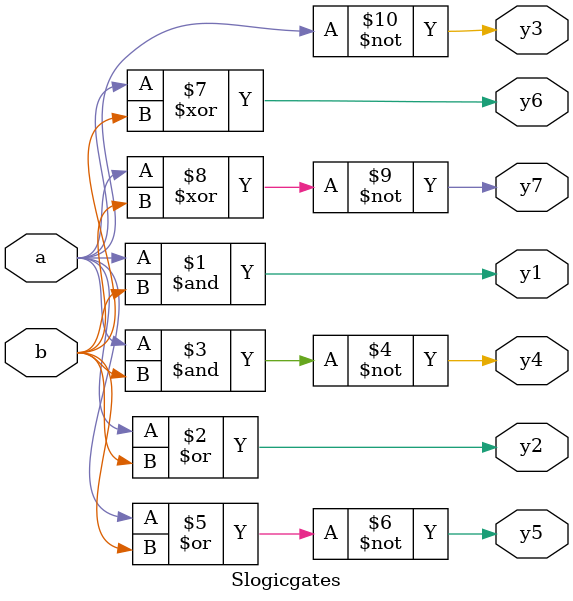
<source format=v>
`timescale 1ns / 1ps
module Slogicgates(y1,y2,y3,y4,y5,y6,y7,a,b
    );
input a,b;
output y1,y2,y3,y4,y5,y6,y7;
wire y1,y2,y3,y4,y5,y6,y7;
and  g1(y1,a,b);
or   g2(y2,a,b);
not  g3(y3,a);
nand g4(y4,a,b);
nor  g5(y5,a,b);
xor  g6(y6,a,b);
xnor g7(y7,a,b);
endmodule

</source>
